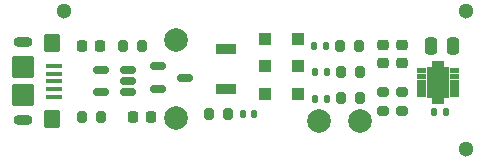
<source format=gbr>
%TF.GenerationSoftware,KiCad,Pcbnew,8.0.6*%
%TF.CreationDate,2024-11-21T20:13:28-05:00*%
%TF.ProjectId,battery_charger,62617474-6572-4795-9f63-686172676572,rev?*%
%TF.SameCoordinates,Original*%
%TF.FileFunction,Soldermask,Top*%
%TF.FilePolarity,Negative*%
%FSLAX46Y46*%
G04 Gerber Fmt 4.6, Leading zero omitted, Abs format (unit mm)*
G04 Created by KiCad (PCBNEW 8.0.6) date 2024-11-21 20:13:28*
%MOMM*%
%LPD*%
G01*
G04 APERTURE LIST*
G04 Aperture macros list*
%AMRoundRect*
0 Rectangle with rounded corners*
0 $1 Rounding radius*
0 $2 $3 $4 $5 $6 $7 $8 $9 X,Y pos of 4 corners*
0 Add a 4 corners polygon primitive as box body*
4,1,4,$2,$3,$4,$5,$6,$7,$8,$9,$2,$3,0*
0 Add four circle primitives for the rounded corners*
1,1,$1+$1,$2,$3*
1,1,$1+$1,$4,$5*
1,1,$1+$1,$6,$7*
1,1,$1+$1,$8,$9*
0 Add four rect primitives between the rounded corners*
20,1,$1+$1,$2,$3,$4,$5,0*
20,1,$1+$1,$4,$5,$6,$7,0*
20,1,$1+$1,$6,$7,$8,$9,0*
20,1,$1+$1,$8,$9,$2,$3,0*%
G04 Aperture macros list end*
%ADD10C,0.010000*%
%ADD11R,1.700000X0.900000*%
%ADD12RoundRect,0.250000X0.300000X0.300000X-0.300000X0.300000X-0.300000X-0.300000X0.300000X-0.300000X0*%
%ADD13RoundRect,0.218750X-0.256250X0.218750X-0.256250X-0.218750X0.256250X-0.218750X0.256250X0.218750X0*%
%ADD14RoundRect,0.200000X0.200000X0.275000X-0.200000X0.275000X-0.200000X-0.275000X0.200000X-0.275000X0*%
%ADD15RoundRect,0.200000X-0.275000X0.200000X-0.275000X-0.200000X0.275000X-0.200000X0.275000X0.200000X0*%
%ADD16RoundRect,0.200000X-0.200000X-0.275000X0.200000X-0.275000X0.200000X0.275000X-0.200000X0.275000X0*%
%ADD17RoundRect,0.225000X-0.250000X0.225000X-0.250000X-0.225000X0.250000X-0.225000X0.250000X0.225000X0*%
%ADD18RoundRect,0.225000X-0.225000X-0.250000X0.225000X-0.250000X0.225000X0.250000X-0.225000X0.250000X0*%
%ADD19C,2.000000*%
%ADD20RoundRect,0.225000X0.225000X0.250000X-0.225000X0.250000X-0.225000X-0.250000X0.225000X-0.250000X0*%
%ADD21RoundRect,0.147500X0.147500X0.172500X-0.147500X0.172500X-0.147500X-0.172500X0.147500X-0.172500X0*%
%ADD22C,1.300000*%
%ADD23RoundRect,0.150000X-0.512500X-0.150000X0.512500X-0.150000X0.512500X0.150000X-0.512500X0.150000X0*%
%ADD24RoundRect,0.250000X0.250000X0.475000X-0.250000X0.475000X-0.250000X-0.475000X0.250000X-0.475000X0*%
%ADD25RoundRect,0.200000X0.275000X-0.200000X0.275000X0.200000X-0.275000X0.200000X-0.275000X-0.200000X0*%
%ADD26RoundRect,0.147500X-0.147500X-0.172500X0.147500X-0.172500X0.147500X0.172500X-0.147500X0.172500X0*%
%ADD27RoundRect,0.100000X-0.575000X0.100000X-0.575000X-0.100000X0.575000X-0.100000X0.575000X0.100000X0*%
%ADD28O,1.600000X0.900000*%
%ADD29RoundRect,0.250000X-0.450000X0.550000X-0.450000X-0.550000X0.450000X-0.550000X0.450000X0.550000X0*%
%ADD30RoundRect,0.250000X-0.700000X0.700000X-0.700000X-0.700000X0.700000X-0.700000X0.700000X0.700000X0*%
%ADD31RoundRect,0.150000X0.512500X0.150000X-0.512500X0.150000X-0.512500X-0.150000X0.512500X-0.150000X0*%
%ADD32RoundRect,0.140000X0.140000X0.170000X-0.140000X0.170000X-0.140000X-0.170000X0.140000X-0.170000X0*%
G04 APERTURE END LIST*
D10*
%TO.C,U3*%
X143780828Y-84740000D02*
X143040828Y-84740000D01*
X143040828Y-84360000D01*
X143780828Y-84360000D01*
X143780828Y-84740000D01*
G36*
X143780828Y-84740000D02*
G01*
X143040828Y-84740000D01*
X143040828Y-84360000D01*
X143780828Y-84360000D01*
X143780828Y-84740000D01*
G37*
X143780828Y-85240000D02*
X143040828Y-85240000D01*
X143040828Y-84860000D01*
X143780828Y-84860000D01*
X143780828Y-85240000D01*
G36*
X143780828Y-85240000D02*
G01*
X143040828Y-85240000D01*
X143040828Y-84860000D01*
X143780828Y-84860000D01*
X143780828Y-85240000D01*
G37*
X143780828Y-85740000D02*
X143040828Y-85740000D01*
X143040828Y-85360000D01*
X143780828Y-85360000D01*
X143780828Y-85740000D01*
G36*
X143780828Y-85740000D02*
G01*
X143040828Y-85740000D01*
X143040828Y-85360000D01*
X143780828Y-85360000D01*
X143780828Y-85740000D01*
G37*
X143780828Y-86240000D02*
X143040828Y-86240000D01*
X143040828Y-85860000D01*
X143780828Y-85860000D01*
X143780828Y-86240000D01*
G36*
X143780828Y-86240000D02*
G01*
X143040828Y-86240000D01*
X143040828Y-85860000D01*
X143780828Y-85860000D01*
X143780828Y-86240000D01*
G37*
X143780828Y-86740000D02*
X143040828Y-86740000D01*
X143040828Y-86360000D01*
X143780828Y-86360000D01*
X143780828Y-86740000D01*
G36*
X143780828Y-86740000D02*
G01*
X143040828Y-86740000D01*
X143040828Y-86360000D01*
X143780828Y-86360000D01*
X143780828Y-86740000D01*
G37*
X146580828Y-84740000D02*
X145840828Y-84740000D01*
X145840828Y-84360000D01*
X146580828Y-84360000D01*
X146580828Y-84740000D01*
G36*
X146580828Y-84740000D02*
G01*
X145840828Y-84740000D01*
X145840828Y-84360000D01*
X146580828Y-84360000D01*
X146580828Y-84740000D01*
G37*
X146580828Y-85240000D02*
X145840828Y-85240000D01*
X145840828Y-84860000D01*
X146580828Y-84860000D01*
X146580828Y-85240000D01*
G36*
X146580828Y-85240000D02*
G01*
X145840828Y-85240000D01*
X145840828Y-84860000D01*
X146580828Y-84860000D01*
X146580828Y-85240000D01*
G37*
X146580828Y-85740000D02*
X145840828Y-85740000D01*
X145840828Y-85360000D01*
X146580828Y-85360000D01*
X146580828Y-85740000D01*
G36*
X146580828Y-85740000D02*
G01*
X145840828Y-85740000D01*
X145840828Y-85360000D01*
X146580828Y-85360000D01*
X146580828Y-85740000D01*
G37*
X146580828Y-86240000D02*
X145840828Y-86240000D01*
X145840828Y-85860000D01*
X146580828Y-85860000D01*
X146580828Y-86240000D01*
G36*
X146580828Y-86240000D02*
G01*
X145840828Y-86240000D01*
X145840828Y-85860000D01*
X146580828Y-85860000D01*
X146580828Y-86240000D01*
G37*
X146580828Y-86740000D02*
X145840828Y-86740000D01*
X145840828Y-86360000D01*
X146580828Y-86360000D01*
X146580828Y-86740000D01*
G36*
X146580828Y-86740000D02*
G01*
X145840828Y-86740000D01*
X145840828Y-86360000D01*
X146580828Y-86360000D01*
X146580828Y-86740000D01*
G37*
X144755828Y-84280000D02*
X144865828Y-84280000D01*
X144865828Y-83780000D01*
X145255828Y-83780000D01*
X145255828Y-84280000D01*
X145705828Y-84280000D01*
X145705828Y-86820000D01*
X145255828Y-86820000D01*
X145255828Y-87320000D01*
X144865828Y-87320000D01*
X144865828Y-86820000D01*
X144755828Y-86820000D01*
X144755828Y-87320000D01*
X144365828Y-87320000D01*
X144365828Y-86820000D01*
X143915828Y-86820000D01*
X143915828Y-84280000D01*
X144365828Y-84280000D01*
X144365828Y-83780000D01*
X144755828Y-83780000D01*
X144755828Y-84280000D01*
G36*
X144755828Y-84280000D02*
G01*
X144865828Y-84280000D01*
X144865828Y-83780000D01*
X145255828Y-83780000D01*
X145255828Y-84280000D01*
X145705828Y-84280000D01*
X145705828Y-86820000D01*
X145255828Y-86820000D01*
X145255828Y-87320000D01*
X144865828Y-87320000D01*
X144865828Y-86820000D01*
X144755828Y-86820000D01*
X144755828Y-87320000D01*
X144365828Y-87320000D01*
X144365828Y-86820000D01*
X143915828Y-86820000D01*
X143915828Y-84280000D01*
X144365828Y-84280000D01*
X144365828Y-83780000D01*
X144755828Y-83780000D01*
X144755828Y-84280000D01*
G37*
%TD*%
D11*
%TO.C,SW1*%
X126910828Y-82800000D03*
X126910828Y-86200000D03*
%TD*%
D12*
%TO.C,D1*%
X133010828Y-81900000D03*
X130210828Y-81900000D03*
%TD*%
D13*
%TO.C,L1*%
X141810828Y-82412500D03*
X141810828Y-83987500D03*
%TD*%
D14*
%TO.C,R7*%
X116325000Y-88500000D03*
X114675000Y-88500000D03*
%TD*%
D15*
%TO.C,R1*%
X140210828Y-86375000D03*
X140210828Y-88025000D03*
%TD*%
D16*
%TO.C,R11*%
X136610828Y-84750000D03*
X138260828Y-84750000D03*
%TD*%
D17*
%TO.C,C2*%
X140210828Y-82425000D03*
X140210828Y-83975000D03*
%TD*%
D18*
%TO.C,C5*%
X119025000Y-88500000D03*
X120575000Y-88500000D03*
%TD*%
D19*
%TO.C,3.3V*%
X138210828Y-88900000D03*
%TD*%
D16*
%TO.C,R12*%
X136610828Y-86900000D03*
X138260828Y-86900000D03*
%TD*%
D14*
%TO.C,R9*%
X127110828Y-88250000D03*
X125460828Y-88250000D03*
%TD*%
D19*
%TO.C,B+*%
X122700000Y-82000000D03*
%TD*%
D12*
%TO.C,D3*%
X133010828Y-86600000D03*
X130210828Y-86600000D03*
%TD*%
D20*
%TO.C,C4*%
X116275000Y-82500000D03*
X114725000Y-82500000D03*
%TD*%
D21*
%TO.C,D8*%
X135440828Y-87000000D03*
X134470828Y-87000000D03*
%TD*%
D12*
%TO.C,D2*%
X133010828Y-84250000D03*
X130210828Y-84250000D03*
%TD*%
D22*
%TO.C,REF\u002A\u002A*%
X147210828Y-91200000D03*
%TD*%
D23*
%TO.C,Q1*%
X121125000Y-84250000D03*
X121125000Y-86150000D03*
X123400000Y-85200000D03*
%TD*%
D19*
%TO.C,GND*%
X134810828Y-88900000D03*
%TD*%
D24*
%TO.C,C3*%
X146160828Y-82550000D03*
X144260828Y-82550000D03*
%TD*%
D19*
%TO.C,B-*%
X122700000Y-88600000D03*
%TD*%
D25*
%TO.C,R2*%
X141810828Y-88025000D03*
X141810828Y-86375000D03*
%TD*%
D21*
%TO.C,D6*%
X135345828Y-82500000D03*
X134375828Y-82500000D03*
%TD*%
D16*
%TO.C,R8*%
X118175000Y-82500000D03*
X119825000Y-82500000D03*
%TD*%
D26*
%TO.C,D5*%
X128325828Y-88300000D03*
X129295828Y-88300000D03*
%TD*%
D27*
%TO.C,J1*%
X112375000Y-84200000D03*
X112375000Y-84850000D03*
X112375000Y-85500000D03*
X112375000Y-86150000D03*
X112375000Y-86800000D03*
D28*
X109700000Y-82200000D03*
D29*
X112150000Y-82300000D03*
D30*
X109700000Y-84300000D03*
X109700000Y-86700000D03*
D29*
X112150000Y-88700000D03*
D28*
X109700000Y-88800000D03*
%TD*%
D31*
%TO.C,U2*%
X118637500Y-86450000D03*
X118637500Y-85500000D03*
X118637500Y-84550000D03*
X116362500Y-84550000D03*
X116362500Y-86450000D03*
%TD*%
D16*
%TO.C,R10*%
X136535828Y-82500000D03*
X138185828Y-82500000D03*
%TD*%
D22*
%TO.C,REF\u002A\u002A*%
X147210828Y-79600000D03*
%TD*%
D32*
%TO.C,C1*%
X145490828Y-88150000D03*
X144530828Y-88150000D03*
%TD*%
D21*
%TO.C,D7*%
X135420828Y-84750000D03*
X134450828Y-84750000D03*
%TD*%
D22*
%TO.C,REF\u002A\u002A*%
X113200000Y-79600000D03*
%TD*%
M02*

</source>
